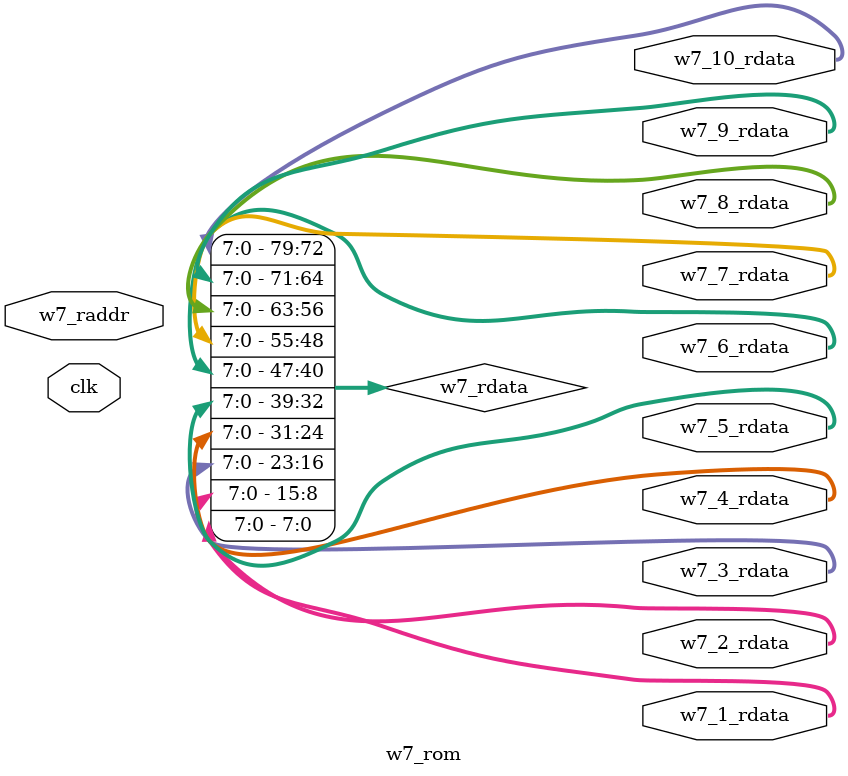
<source format=v>
module w7_rom(/*autoport*/
//output
			w7_1_rdata,
			w7_2_rdata,
			w7_3_rdata,
			w7_4_rdata,
			w7_5_rdata,
			w7_6_rdata,
			w7_7_rdata,
			w7_8_rdata,
			w7_9_rdata,
			w7_10_rdata,
//input
			clk,
			w7_raddr);
	input		 clk;
	input  [6:0] w7_raddr;

  output [7:0] w7_1_rdata;
  output [7:0] w7_2_rdata;
  output [7:0] w7_3_rdata;
  output [7:0] w7_4_rdata;
  output [7:0] w7_5_rdata;
  output [7:0] w7_6_rdata;
  output [7:0] w7_7_rdata;
  output [7:0] w7_8_rdata;
  output [7:0] w7_9_rdata;
  output [7:0] w7_10_rdata;

  wire [79:0] w7_rdata;
  blk_mem_gen_w7_rom your_instance_name (
    .clka(clka),    // input wire clka
    .addra(addra),  // input wire [6 : 0] addra
    .douta(douta)  // output wire [79 : 0] douta
  );
  assign w7_1_rdata = w7_rdata[7:0];
  assign w7_2_rdata = w7_rdata[15:8];
  assign w7_3_rdata = w7_rdata[23:16];
  assign w7_4_rdata = w7_rdata[31:24];
  assign w7_5_rdata = w7_rdata[39:32];
  assign w7_6_rdata = w7_rdata[47:40];
  assign w7_7_rdata = w7_rdata[55:48];
  assign w7_8_rdata = w7_rdata[63:56];
  assign w7_9_rdata = w7_rdata[71:64];
  assign w7_10_rdata = w7_rdata[79:72];

endmodule
</source>
